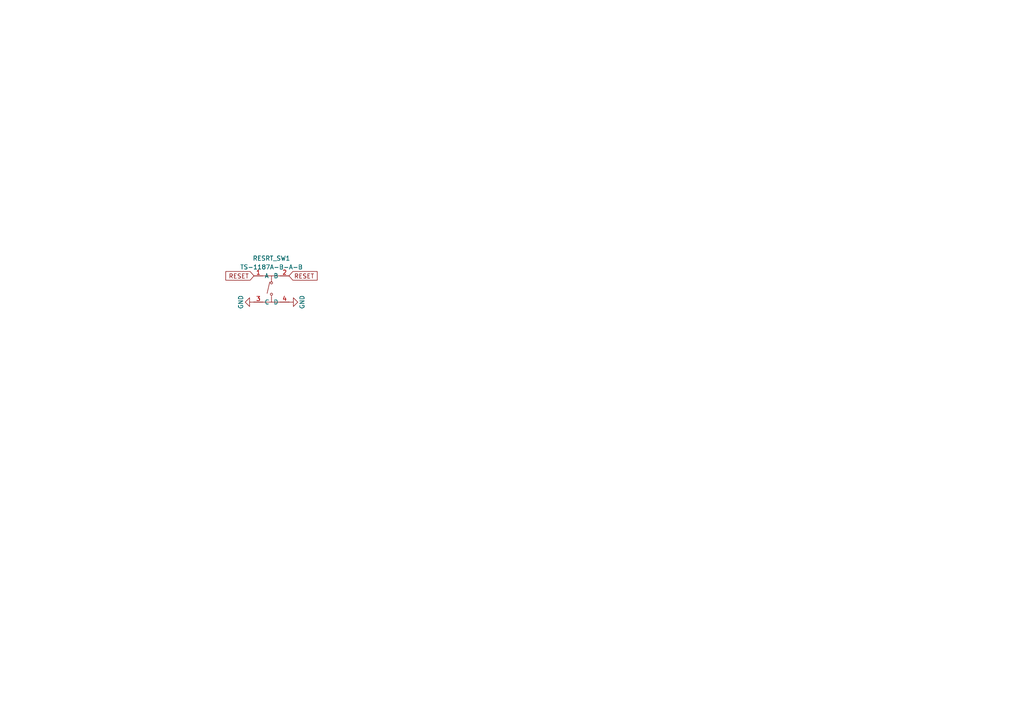
<source format=kicad_sch>
(kicad_sch (version 20250114) (generator "eeschema") (generator_version "9.0")
  (paper "A4")
  (lib_symbols
    (symbol "ErgoCai:TS-1187A-B-A-B"
      (property "Reference" "SW" (at 0 7.62 0))
      (property "Value" "TS-1187A-B-A-B" (at 0 -10.16 0))
      (symbol "TS-1187A-B-A-B_0_1"
        (polyline (pts (xy -2.54 2.54) (xy 2.54 2.54)))
        (polyline (pts (xy -2.54 -5.08) (xy 2.54 -5.08)))
        (polyline (pts (xy -0.51 0.76) (xy -1.27 -2.54)))
        (polyline (pts (xy 0 0.76) (xy 0 2.54)))
        (circle (center 0 0.51) (radius 0.32))
        (circle (center 0 -2.79) (radius 0.32))
        (polyline (pts (xy 0 -3.3) (xy 0 -5.08)))
        (pin unspecified line (at -5.08 2.54 0) (length 2.54) (name "A") (number "1"))
        (pin unspecified line (at -5.08 -5.08 0) (length 2.54) (name "C") (number "3"))
        (pin unspecified line (at 5.08 2.54 180) (length 2.54) (name "B") (number "2"))
        (pin unspecified line (at 5.08 -5.08 180) (length 2.54) (name "D") (number "4"))
      )
    )
    (symbol "power:GND" (power) (pin_numbers (hide yes)) (pin_names (offset 0) (hide yes))
      (property "Value" "GND" (at 0 -3.81 0))
      (symbol "GND_0_1"
        (polyline (pts (xy 0 0) (xy 0 -1.27) (xy 1.27 -1.27) (xy 0 -2.54) (xy -1.27 -1.27) (xy 0 -1.27)))
      )
      (symbol "GND_1_1"
        (pin power_in line (at 0 0 270) (length 0) (name "~") (number "1"))
      )
    )
  )
  (global_label "RESET" (shape input) (at 83.82 80.01 0) (property "Intersheetrefs" "${INTERSHEET_REFS}" (effects (hide yes))))
  (global_label "RESET" (shape input) (at 73.66 80.01 180) (property "Intersheetrefs" "${INTERSHEET_REFS}" (effects (hide yes))))
  (symbol (lib_id "power:GND") (at 83.82 87.63 90) (unit 1)
    (property "Reference" "#PWR01" (effects (hide yes)))
    (property "Value" "GND" (at 87.63 87.63 0))
    (property "Description" "Power symbol creates a global label with name \"GND\" , ground" (effects (hide yes)))
  )
  (symbol (lib_id "power:GND") (at 73.66 87.63 270) (unit 1)
    (property "Reference" "#PWR0103" (effects (hide yes)))
    (property "Value" "GND" (at 69.85 87.63 0))
    (property "Description" "Power symbol creates a global label with name \"GND\" , ground" (effects (hide yes)))
  )
  (symbol (lib_id "ErgoCai:TS-1187A-B-A-B") (at 78.74 82.55 0) (unit 1)
    (property "Reference" "RESRT_SW1" (at 78.74 74.93 0))
    (property "Value" "TS-1187A-B-A-B" (at 78.74 77.47 0))
    (property "Footprint" "ErgoCai.pretty:SW-SMD_4P-L5.1-W5.1-P3.70-LS6.5-TL_H1.5" (effects (hide yes)))
    (property "Datasheet" "https://lcsc.com/product-detail/Tactile-Switches_XKB-Enterprise-TS-1187-B-A-A_C318884.html" (effects (hide yes)))
    (property "LCSC Part" "C318884" (effects (hide yes)))
  )
)
</source>
